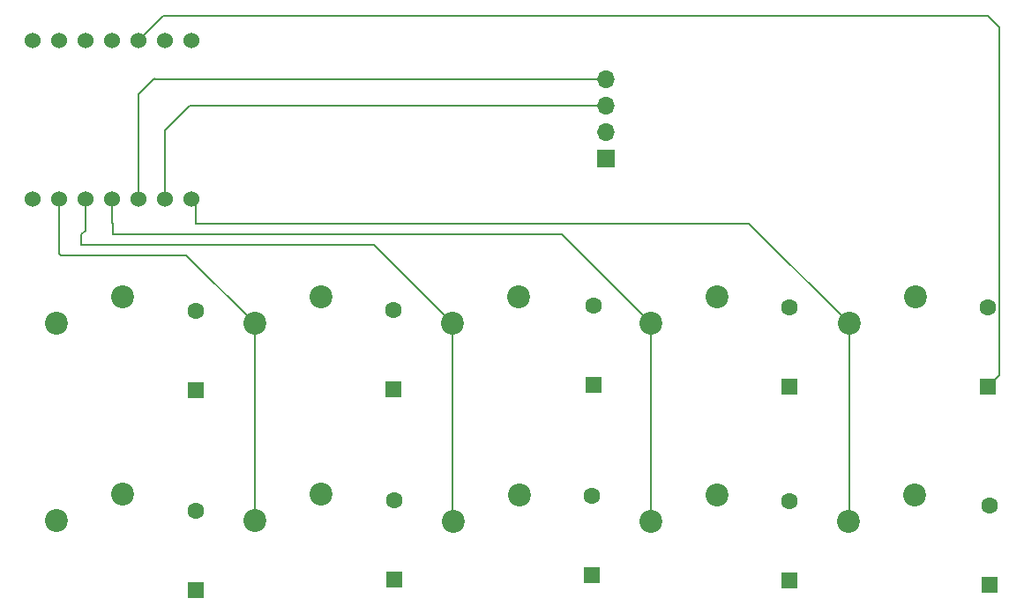
<source format=gbr>
%TF.GenerationSoftware,KiCad,Pcbnew,9.0.2*%
%TF.CreationDate,2025-07-08T09:46:19+02:00*%
%TF.ProjectId,Tastatur,54617374-6174-4757-922e-6b696361645f,rev?*%
%TF.SameCoordinates,Original*%
%TF.FileFunction,Copper,L2,Bot*%
%TF.FilePolarity,Positive*%
%FSLAX46Y46*%
G04 Gerber Fmt 4.6, Leading zero omitted, Abs format (unit mm)*
G04 Created by KiCad (PCBNEW 9.0.2) date 2025-07-08 09:46:19*
%MOMM*%
%LPD*%
G01*
G04 APERTURE LIST*
G04 Aperture macros list*
%AMRoundRect*
0 Rectangle with rounded corners*
0 $1 Rounding radius*
0 $2 $3 $4 $5 $6 $7 $8 $9 X,Y pos of 4 corners*
0 Add a 4 corners polygon primitive as box body*
4,1,4,$2,$3,$4,$5,$6,$7,$8,$9,$2,$3,0*
0 Add four circle primitives for the rounded corners*
1,1,$1+$1,$2,$3*
1,1,$1+$1,$4,$5*
1,1,$1+$1,$6,$7*
1,1,$1+$1,$8,$9*
0 Add four rect primitives between the rounded corners*
20,1,$1+$1,$2,$3,$4,$5,0*
20,1,$1+$1,$4,$5,$6,$7,0*
20,1,$1+$1,$6,$7,$8,$9,0*
20,1,$1+$1,$8,$9,$2,$3,0*%
G04 Aperture macros list end*
%TA.AperFunction,ComponentPad*%
%ADD10C,2.200000*%
%TD*%
%TA.AperFunction,ComponentPad*%
%ADD11C,1.524000*%
%TD*%
%TA.AperFunction,ComponentPad*%
%ADD12RoundRect,0.250000X0.550000X-0.550000X0.550000X0.550000X-0.550000X0.550000X-0.550000X-0.550000X0*%
%TD*%
%TA.AperFunction,ComponentPad*%
%ADD13C,1.600000*%
%TD*%
%TA.AperFunction,ComponentPad*%
%ADD14R,1.700000X1.700000*%
%TD*%
%TA.AperFunction,ComponentPad*%
%ADD15O,1.700000X1.700000*%
%TD*%
%TA.AperFunction,Conductor*%
%ADD16C,0.200000*%
%TD*%
G04 APERTURE END LIST*
D10*
%TO.P,SW5,1,1*%
%TO.N,Net-(D6-A)*%
X100000000Y-57000000D03*
%TO.P,SW5,2,2*%
%TO.N,COL3*%
X93650000Y-59540000D03*
%TD*%
D11*
%TO.P,U1,1,GPIO26/ADC0/A0*%
%TO.N,COL1*%
X53300000Y-47620000D03*
%TO.P,U1,2,GPIO27/ADC1/A1*%
%TO.N,COL2*%
X55840000Y-47620000D03*
%TO.P,U1,3,GPIO28/ADC2/A2*%
%TO.N,COL3*%
X58380000Y-47620000D03*
%TO.P,U1,4,GPIO29/ADC3/A3*%
%TO.N,COL4*%
X60920000Y-47620000D03*
%TO.P,U1,5,GPIO6/SDA*%
%TO.N,SDA*%
X63460000Y-47620000D03*
%TO.P,U1,6,GPIO7/SCL*%
%TO.N,SCl*%
X66000000Y-47620000D03*
%TO.P,U1,7,GPIO0/TX*%
%TO.N,COL5*%
X68540000Y-47620000D03*
%TO.P,U1,8,GPIO1/RX*%
%TO.N,unconnected-(U1-GPIO1{slash}RX-Pad8)*%
X68540000Y-32380000D03*
%TO.P,U1,9,GPIO2/SCK*%
%TO.N,ROW2*%
X66000000Y-32380000D03*
%TO.P,U1,10,GPIO4/MISO*%
%TO.N,ROW1*%
X63460000Y-32380000D03*
%TO.P,U1,11,GPIO3/MOSI*%
%TO.N,LED*%
X60920000Y-32380000D03*
%TO.P,U1,12,3V3*%
%TO.N,+3V3*%
X58380000Y-32380000D03*
%TO.P,U1,13,GND*%
%TO.N,GND*%
X55840000Y-32380000D03*
%TO.P,U1,14,VBUS*%
%TO.N,5V*%
X53300000Y-32380000D03*
%TD*%
D12*
%TO.P,D11,1,K*%
%TO.N,ROW2*%
X145210000Y-84680000D03*
D13*
%TO.P,D11,2,A*%
%TO.N,Net-(D11-A)*%
X145210000Y-77060000D03*
%TD*%
D12*
%TO.P,D2,1,K*%
%TO.N,ROW1*%
X68960000Y-65990000D03*
D13*
%TO.P,D2,2,A*%
%TO.N,Net-(D2-A)*%
X68960000Y-58370000D03*
%TD*%
D10*
%TO.P,SW1,1,1*%
%TO.N,Net-(D2-A)*%
X62000000Y-57040000D03*
%TO.P,SW1,2,2*%
%TO.N,COL1*%
X55650000Y-59580000D03*
%TD*%
D14*
%TO.P,J1,1,Pin_1*%
%TO.N,GND*%
X108385000Y-43695000D03*
D15*
%TO.P,J1,2,Pin_2*%
%TO.N,+3V3*%
X108385000Y-41155000D03*
%TO.P,J1,3,Pin_3*%
%TO.N,SCl*%
X108385000Y-38615000D03*
%TO.P,J1,4,Pin_4*%
%TO.N,SDA*%
X108385000Y-36075000D03*
%TD*%
D10*
%TO.P,SW7,1,1*%
%TO.N,Net-(D8-A)*%
X100040000Y-76040000D03*
%TO.P,SW7,2,2*%
%TO.N,COL3*%
X93690000Y-78580000D03*
%TD*%
D12*
%TO.P,D7,1,K*%
%TO.N,ROW1*%
X126000000Y-65620000D03*
D13*
%TO.P,D7,2,A*%
%TO.N,Net-(D7-A)*%
X126000000Y-58000000D03*
%TD*%
D12*
%TO.P,D9,1,K*%
%TO.N,ROW2*%
X126000000Y-84240000D03*
D13*
%TO.P,D9,2,A*%
%TO.N,Net-(D9-A)*%
X126000000Y-76620000D03*
%TD*%
D10*
%TO.P,SW2,1,1*%
%TO.N,Net-(D3-A)*%
X81000000Y-57040000D03*
%TO.P,SW2,2,2*%
%TO.N,COL2*%
X74650000Y-59580000D03*
%TD*%
%TO.P,SW9,1,1*%
%TO.N,Net-(D10-A)*%
X138040000Y-57040000D03*
%TO.P,SW9,2,2*%
%TO.N,COL5*%
X131690000Y-59580000D03*
%TD*%
%TO.P,SW4,1,1*%
%TO.N,Net-(D5-A)*%
X81000000Y-76000000D03*
%TO.P,SW4,2,2*%
%TO.N,COL2*%
X74650000Y-78540000D03*
%TD*%
%TO.P,SW6,1,1*%
%TO.N,Net-(D7-A)*%
X119040000Y-56980000D03*
%TO.P,SW6,2,2*%
%TO.N,COL4*%
X112690000Y-59520000D03*
%TD*%
%TO.P,SW3,1,1*%
%TO.N,Net-(D4-A)*%
X62000000Y-76000000D03*
%TO.P,SW3,2,2*%
%TO.N,COL1*%
X55650000Y-78540000D03*
%TD*%
%TO.P,SW8,1,1*%
%TO.N,Net-(D9-A)*%
X119040000Y-76040000D03*
%TO.P,SW8,2,2*%
%TO.N,COL4*%
X112690000Y-78580000D03*
%TD*%
D12*
%TO.P,D8,1,K*%
%TO.N,ROW2*%
X107000000Y-83740000D03*
D13*
%TO.P,D8,2,A*%
%TO.N,Net-(D8-A)*%
X107000000Y-76120000D03*
%TD*%
D10*
%TO.P,SW10,1,1*%
%TO.N,Net-(D11-A)*%
X138000000Y-76040000D03*
%TO.P,SW10,2,2*%
%TO.N,COL5*%
X131650000Y-78580000D03*
%TD*%
D12*
%TO.P,D5,1,K*%
%TO.N,ROW2*%
X88040000Y-84200000D03*
D13*
%TO.P,D5,2,A*%
%TO.N,Net-(D5-A)*%
X88040000Y-76580000D03*
%TD*%
D12*
%TO.P,D10,1,K*%
%TO.N,ROW1*%
X145000000Y-65620000D03*
D13*
%TO.P,D10,2,A*%
%TO.N,Net-(D10-A)*%
X145000000Y-58000000D03*
%TD*%
D12*
%TO.P,D4,1,K*%
%TO.N,ROW2*%
X68960000Y-85200000D03*
D13*
%TO.P,D4,2,A*%
%TO.N,Net-(D4-A)*%
X68960000Y-77580000D03*
%TD*%
D12*
%TO.P,D6,1,K*%
%TO.N,ROW1*%
X107210000Y-65450000D03*
D13*
%TO.P,D6,2,A*%
%TO.N,Net-(D6-A)*%
X107210000Y-57830000D03*
%TD*%
D12*
%TO.P,D3,1,K*%
%TO.N,ROW1*%
X87960000Y-65870000D03*
D13*
%TO.P,D3,2,A*%
%TO.N,Net-(D3-A)*%
X87960000Y-58250000D03*
%TD*%
D16*
%TO.N,ROW1*%
X146101000Y-31101000D02*
X145000000Y-30000000D01*
X145000000Y-30000000D02*
X65840000Y-30000000D01*
X145000000Y-65620000D02*
X146101000Y-64519000D01*
X65840000Y-30000000D02*
X63460000Y-32380000D01*
X146101000Y-64519000D02*
X146101000Y-31101000D01*
%TO.N,SDA*%
X108385000Y-36075000D02*
X65075000Y-36075000D01*
X63460000Y-37540000D02*
X63460000Y-47620000D01*
X65000000Y-36000000D02*
X63460000Y-37540000D01*
X65075000Y-36075000D02*
X65000000Y-36000000D01*
%TO.N,SCl*%
X66000000Y-41000000D02*
X66000000Y-47620000D01*
X108385000Y-38615000D02*
X68385000Y-38615000D01*
X68385000Y-38615000D02*
X66000000Y-41000000D01*
%TO.N,COL2*%
X74650000Y-59580000D02*
X68070000Y-53000000D01*
X56000000Y-53000000D02*
X55840000Y-52840000D01*
X68070000Y-53000000D02*
X56000000Y-53000000D01*
X74650000Y-59580000D02*
X74650000Y-78540000D01*
X55840000Y-52840000D02*
X55840000Y-47620000D01*
%TO.N,COL3*%
X93650000Y-59540000D02*
X93650000Y-78540000D01*
X93650000Y-59540000D02*
X86110000Y-52000000D01*
X58380000Y-50620000D02*
X58380000Y-47620000D01*
X93650000Y-78540000D02*
X93690000Y-78580000D01*
X86110000Y-52000000D02*
X58000000Y-52000000D01*
X58000000Y-51000000D02*
X58380000Y-50620000D01*
X58000000Y-52000000D02*
X58000000Y-51000000D01*
%TO.N,COL4*%
X104170000Y-51000000D02*
X61000000Y-51000000D01*
X112690000Y-59520000D02*
X112690000Y-78580000D01*
X61000000Y-51000000D02*
X61000000Y-50000000D01*
X112690000Y-59520000D02*
X104170000Y-51000000D01*
X60920000Y-49920000D02*
X60920000Y-47620000D01*
X61000000Y-50000000D02*
X60920000Y-49920000D01*
%TO.N,COL5*%
X122110000Y-50000000D02*
X69000000Y-50000000D01*
X69000000Y-48080000D02*
X68540000Y-47620000D01*
X131690000Y-59580000D02*
X122110000Y-50000000D01*
X131690000Y-59580000D02*
X131690000Y-78540000D01*
X131690000Y-78540000D02*
X131650000Y-78580000D01*
X69000000Y-50000000D02*
X69000000Y-48080000D01*
%TD*%
M02*

</source>
